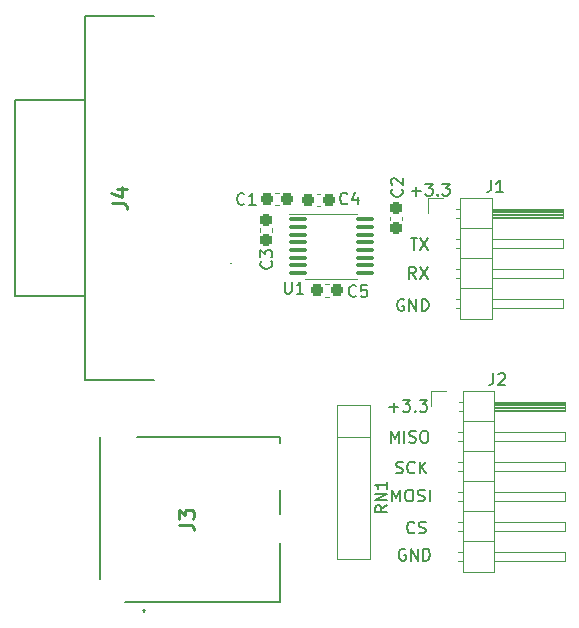
<source format=gto>
%TF.GenerationSoftware,KiCad,Pcbnew,(6.0.9)*%
%TF.CreationDate,2022-11-23T00:56:20+01:00*%
%TF.ProjectId,Testapparaat_io,54657374-6170-4706-9172-6161745f696f,rev?*%
%TF.SameCoordinates,Original*%
%TF.FileFunction,Legend,Top*%
%TF.FilePolarity,Positive*%
%FSLAX46Y46*%
G04 Gerber Fmt 4.6, Leading zero omitted, Abs format (unit mm)*
G04 Created by KiCad (PCBNEW (6.0.9)) date 2022-11-23 00:56:20*
%MOMM*%
%LPD*%
G01*
G04 APERTURE LIST*
G04 Aperture macros list*
%AMRoundRect*
0 Rectangle with rounded corners*
0 $1 Rounding radius*
0 $2 $3 $4 $5 $6 $7 $8 $9 X,Y pos of 4 corners*
0 Add a 4 corners polygon primitive as box body*
4,1,4,$2,$3,$4,$5,$6,$7,$8,$9,$2,$3,0*
0 Add four circle primitives for the rounded corners*
1,1,$1+$1,$2,$3*
1,1,$1+$1,$4,$5*
1,1,$1+$1,$6,$7*
1,1,$1+$1,$8,$9*
0 Add four rect primitives between the rounded corners*
20,1,$1+$1,$2,$3,$4,$5,0*
20,1,$1+$1,$4,$5,$6,$7,0*
20,1,$1+$1,$6,$7,$8,$9,0*
20,1,$1+$1,$8,$9,$2,$3,0*%
G04 Aperture macros list end*
%ADD10C,0.150000*%
%ADD11C,0.254000*%
%ADD12C,0.120000*%
%ADD13C,0.200000*%
%ADD14C,0.100000*%
%ADD15C,3.200000*%
%ADD16R,1.600000X1.600000*%
%ADD17O,1.600000X1.600000*%
%ADD18R,1.500000X1.500000*%
%ADD19C,1.500000*%
%ADD20C,4.800000*%
%ADD21R,1.700000X1.700000*%
%ADD22O,1.700000X1.700000*%
%ADD23RoundRect,0.237500X-0.237500X0.300000X-0.237500X-0.300000X0.237500X-0.300000X0.237500X0.300000X0*%
%ADD24RoundRect,0.237500X0.300000X0.237500X-0.300000X0.237500X-0.300000X-0.237500X0.300000X-0.237500X0*%
%ADD25RoundRect,0.237500X-0.300000X-0.237500X0.300000X-0.237500X0.300000X0.237500X-0.300000X0.237500X0*%
%ADD26RoundRect,0.100000X-0.637500X-0.100000X0.637500X-0.100000X0.637500X0.100000X-0.637500X0.100000X0*%
%ADD27R,1.400000X1.300000*%
%ADD28R,0.950000X1.000000*%
%ADD29R,1.900000X1.400000*%
%ADD30R,1.500000X0.800000*%
G04 APERTURE END LIST*
D10*
X147963095Y-83750000D02*
X147867857Y-83702380D01*
X147725000Y-83702380D01*
X147582142Y-83750000D01*
X147486904Y-83845238D01*
X147439285Y-83940476D01*
X147391666Y-84130952D01*
X147391666Y-84273809D01*
X147439285Y-84464285D01*
X147486904Y-84559523D01*
X147582142Y-84654761D01*
X147725000Y-84702380D01*
X147820238Y-84702380D01*
X147963095Y-84654761D01*
X148010714Y-84607142D01*
X148010714Y-84273809D01*
X147820238Y-84273809D01*
X148439285Y-84702380D02*
X148439285Y-83702380D01*
X149010714Y-84702380D01*
X149010714Y-83702380D01*
X149486904Y-84702380D02*
X149486904Y-83702380D01*
X149725000Y-83702380D01*
X149867857Y-83750000D01*
X149963095Y-83845238D01*
X150010714Y-83940476D01*
X150058333Y-84130952D01*
X150058333Y-84273809D01*
X150010714Y-84464285D01*
X149963095Y-84559523D01*
X149867857Y-84654761D01*
X149725000Y-84702380D01*
X149486904Y-84702380D01*
X148733333Y-82307142D02*
X148685714Y-82354761D01*
X148542857Y-82402380D01*
X148447619Y-82402380D01*
X148304761Y-82354761D01*
X148209523Y-82259523D01*
X148161904Y-82164285D01*
X148114285Y-81973809D01*
X148114285Y-81830952D01*
X148161904Y-81640476D01*
X148209523Y-81545238D01*
X148304761Y-81450000D01*
X148447619Y-81402380D01*
X148542857Y-81402380D01*
X148685714Y-81450000D01*
X148733333Y-81497619D01*
X149114285Y-82354761D02*
X149257142Y-82402380D01*
X149495238Y-82402380D01*
X149590476Y-82354761D01*
X149638095Y-82307142D01*
X149685714Y-82211904D01*
X149685714Y-82116666D01*
X149638095Y-82021428D01*
X149590476Y-81973809D01*
X149495238Y-81926190D01*
X149304761Y-81878571D01*
X149209523Y-81830952D01*
X149161904Y-81783333D01*
X149114285Y-81688095D01*
X149114285Y-81592857D01*
X149161904Y-81497619D01*
X149209523Y-81450000D01*
X149304761Y-81402380D01*
X149542857Y-81402380D01*
X149685714Y-81450000D01*
X146878571Y-79702380D02*
X146878571Y-78702380D01*
X147211904Y-79416666D01*
X147545238Y-78702380D01*
X147545238Y-79702380D01*
X148211904Y-78702380D02*
X148402380Y-78702380D01*
X148497619Y-78750000D01*
X148592857Y-78845238D01*
X148640476Y-79035714D01*
X148640476Y-79369047D01*
X148592857Y-79559523D01*
X148497619Y-79654761D01*
X148402380Y-79702380D01*
X148211904Y-79702380D01*
X148116666Y-79654761D01*
X148021428Y-79559523D01*
X147973809Y-79369047D01*
X147973809Y-79035714D01*
X148021428Y-78845238D01*
X148116666Y-78750000D01*
X148211904Y-78702380D01*
X149021428Y-79654761D02*
X149164285Y-79702380D01*
X149402380Y-79702380D01*
X149497619Y-79654761D01*
X149545238Y-79607142D01*
X149592857Y-79511904D01*
X149592857Y-79416666D01*
X149545238Y-79321428D01*
X149497619Y-79273809D01*
X149402380Y-79226190D01*
X149211904Y-79178571D01*
X149116666Y-79130952D01*
X149069047Y-79083333D01*
X149021428Y-78988095D01*
X149021428Y-78892857D01*
X149069047Y-78797619D01*
X149116666Y-78750000D01*
X149211904Y-78702380D01*
X149450000Y-78702380D01*
X149592857Y-78750000D01*
X150021428Y-79702380D02*
X150021428Y-78702380D01*
X147189285Y-77279761D02*
X147332142Y-77327380D01*
X147570238Y-77327380D01*
X147665476Y-77279761D01*
X147713095Y-77232142D01*
X147760714Y-77136904D01*
X147760714Y-77041666D01*
X147713095Y-76946428D01*
X147665476Y-76898809D01*
X147570238Y-76851190D01*
X147379761Y-76803571D01*
X147284523Y-76755952D01*
X147236904Y-76708333D01*
X147189285Y-76613095D01*
X147189285Y-76517857D01*
X147236904Y-76422619D01*
X147284523Y-76375000D01*
X147379761Y-76327380D01*
X147617857Y-76327380D01*
X147760714Y-76375000D01*
X148760714Y-77232142D02*
X148713095Y-77279761D01*
X148570238Y-77327380D01*
X148475000Y-77327380D01*
X148332142Y-77279761D01*
X148236904Y-77184523D01*
X148189285Y-77089285D01*
X148141666Y-76898809D01*
X148141666Y-76755952D01*
X148189285Y-76565476D01*
X148236904Y-76470238D01*
X148332142Y-76375000D01*
X148475000Y-76327380D01*
X148570238Y-76327380D01*
X148713095Y-76375000D01*
X148760714Y-76422619D01*
X149189285Y-77327380D02*
X149189285Y-76327380D01*
X149760714Y-77327380D02*
X149332142Y-76755952D01*
X149760714Y-76327380D02*
X149189285Y-76898809D01*
X146728571Y-74727380D02*
X146728571Y-73727380D01*
X147061904Y-74441666D01*
X147395238Y-73727380D01*
X147395238Y-74727380D01*
X147871428Y-74727380D02*
X147871428Y-73727380D01*
X148300000Y-74679761D02*
X148442857Y-74727380D01*
X148680952Y-74727380D01*
X148776190Y-74679761D01*
X148823809Y-74632142D01*
X148871428Y-74536904D01*
X148871428Y-74441666D01*
X148823809Y-74346428D01*
X148776190Y-74298809D01*
X148680952Y-74251190D01*
X148490476Y-74203571D01*
X148395238Y-74155952D01*
X148347619Y-74108333D01*
X148300000Y-74013095D01*
X148300000Y-73917857D01*
X148347619Y-73822619D01*
X148395238Y-73775000D01*
X148490476Y-73727380D01*
X148728571Y-73727380D01*
X148871428Y-73775000D01*
X149490476Y-73727380D02*
X149680952Y-73727380D01*
X149776190Y-73775000D01*
X149871428Y-73870238D01*
X149919047Y-74060714D01*
X149919047Y-74394047D01*
X149871428Y-74584523D01*
X149776190Y-74679761D01*
X149680952Y-74727380D01*
X149490476Y-74727380D01*
X149395238Y-74679761D01*
X149300000Y-74584523D01*
X149252380Y-74394047D01*
X149252380Y-74060714D01*
X149300000Y-73870238D01*
X149395238Y-73775000D01*
X149490476Y-73727380D01*
X146603571Y-71721428D02*
X147365476Y-71721428D01*
X146984523Y-72102380D02*
X146984523Y-71340476D01*
X147746428Y-71102380D02*
X148365476Y-71102380D01*
X148032142Y-71483333D01*
X148175000Y-71483333D01*
X148270238Y-71530952D01*
X148317857Y-71578571D01*
X148365476Y-71673809D01*
X148365476Y-71911904D01*
X148317857Y-72007142D01*
X148270238Y-72054761D01*
X148175000Y-72102380D01*
X147889285Y-72102380D01*
X147794047Y-72054761D01*
X147746428Y-72007142D01*
X148794047Y-72007142D02*
X148841666Y-72054761D01*
X148794047Y-72102380D01*
X148746428Y-72054761D01*
X148794047Y-72007142D01*
X148794047Y-72102380D01*
X149175000Y-71102380D02*
X149794047Y-71102380D01*
X149460714Y-71483333D01*
X149603571Y-71483333D01*
X149698809Y-71530952D01*
X149746428Y-71578571D01*
X149794047Y-71673809D01*
X149794047Y-71911904D01*
X149746428Y-72007142D01*
X149698809Y-72054761D01*
X149603571Y-72102380D01*
X149317857Y-72102380D01*
X149222619Y-72054761D01*
X149175000Y-72007142D01*
X147838095Y-62625000D02*
X147742857Y-62577380D01*
X147600000Y-62577380D01*
X147457142Y-62625000D01*
X147361904Y-62720238D01*
X147314285Y-62815476D01*
X147266666Y-63005952D01*
X147266666Y-63148809D01*
X147314285Y-63339285D01*
X147361904Y-63434523D01*
X147457142Y-63529761D01*
X147600000Y-63577380D01*
X147695238Y-63577380D01*
X147838095Y-63529761D01*
X147885714Y-63482142D01*
X147885714Y-63148809D01*
X147695238Y-63148809D01*
X148314285Y-63577380D02*
X148314285Y-62577380D01*
X148885714Y-63577380D01*
X148885714Y-62577380D01*
X149361904Y-63577380D02*
X149361904Y-62577380D01*
X149600000Y-62577380D01*
X149742857Y-62625000D01*
X149838095Y-62720238D01*
X149885714Y-62815476D01*
X149933333Y-63005952D01*
X149933333Y-63148809D01*
X149885714Y-63339285D01*
X149838095Y-63434523D01*
X149742857Y-63529761D01*
X149600000Y-63577380D01*
X149361904Y-63577380D01*
X148858333Y-60827380D02*
X148525000Y-60351190D01*
X148286904Y-60827380D02*
X148286904Y-59827380D01*
X148667857Y-59827380D01*
X148763095Y-59875000D01*
X148810714Y-59922619D01*
X148858333Y-60017857D01*
X148858333Y-60160714D01*
X148810714Y-60255952D01*
X148763095Y-60303571D01*
X148667857Y-60351190D01*
X148286904Y-60351190D01*
X149191666Y-59827380D02*
X149858333Y-60827380D01*
X149858333Y-59827380D02*
X149191666Y-60827380D01*
X148413095Y-57402380D02*
X148984523Y-57402380D01*
X148698809Y-58402380D02*
X148698809Y-57402380D01*
X149222619Y-57402380D02*
X149889285Y-58402380D01*
X149889285Y-57402380D02*
X149222619Y-58402380D01*
X148528571Y-53421428D02*
X149290476Y-53421428D01*
X148909523Y-53802380D02*
X148909523Y-53040476D01*
X149671428Y-52802380D02*
X150290476Y-52802380D01*
X149957142Y-53183333D01*
X150100000Y-53183333D01*
X150195238Y-53230952D01*
X150242857Y-53278571D01*
X150290476Y-53373809D01*
X150290476Y-53611904D01*
X150242857Y-53707142D01*
X150195238Y-53754761D01*
X150100000Y-53802380D01*
X149814285Y-53802380D01*
X149719047Y-53754761D01*
X149671428Y-53707142D01*
X150719047Y-53707142D02*
X150766666Y-53754761D01*
X150719047Y-53802380D01*
X150671428Y-53754761D01*
X150719047Y-53707142D01*
X150719047Y-53802380D01*
X151100000Y-52802380D02*
X151719047Y-52802380D01*
X151385714Y-53183333D01*
X151528571Y-53183333D01*
X151623809Y-53230952D01*
X151671428Y-53278571D01*
X151719047Y-53373809D01*
X151719047Y-53611904D01*
X151671428Y-53707142D01*
X151623809Y-53754761D01*
X151528571Y-53802380D01*
X151242857Y-53802380D01*
X151147619Y-53754761D01*
X151100000Y-53707142D01*
X146402380Y-80040476D02*
X145926190Y-80373809D01*
X146402380Y-80611904D02*
X145402380Y-80611904D01*
X145402380Y-80230952D01*
X145450000Y-80135714D01*
X145497619Y-80088095D01*
X145592857Y-80040476D01*
X145735714Y-80040476D01*
X145830952Y-80088095D01*
X145878571Y-80135714D01*
X145926190Y-80230952D01*
X145926190Y-80611904D01*
X146402380Y-79611904D02*
X145402380Y-79611904D01*
X146402380Y-79040476D01*
X145402380Y-79040476D01*
X146402380Y-78040476D02*
X146402380Y-78611904D01*
X146402380Y-78326190D02*
X145402380Y-78326190D01*
X145545238Y-78421428D01*
X145640476Y-78516666D01*
X145688095Y-78611904D01*
D11*
X123129523Y-54428333D02*
X124036666Y-54428333D01*
X124218095Y-54488809D01*
X124339047Y-54609761D01*
X124399523Y-54791190D01*
X124399523Y-54912142D01*
X123552857Y-53279285D02*
X124399523Y-53279285D01*
X123069047Y-53581666D02*
X123976190Y-53884047D01*
X123976190Y-53097857D01*
D10*
X155426666Y-68832380D02*
X155426666Y-69546666D01*
X155379047Y-69689523D01*
X155283809Y-69784761D01*
X155140952Y-69832380D01*
X155045714Y-69832380D01*
X155855238Y-68927619D02*
X155902857Y-68880000D01*
X155998095Y-68832380D01*
X156236190Y-68832380D01*
X156331428Y-68880000D01*
X156379047Y-68927619D01*
X156426666Y-69022857D01*
X156426666Y-69118095D01*
X156379047Y-69260952D01*
X155807619Y-69832380D01*
X156426666Y-69832380D01*
X147657142Y-53266666D02*
X147704761Y-53314285D01*
X147752380Y-53457142D01*
X147752380Y-53552380D01*
X147704761Y-53695238D01*
X147609523Y-53790476D01*
X147514285Y-53838095D01*
X147323809Y-53885714D01*
X147180952Y-53885714D01*
X146990476Y-53838095D01*
X146895238Y-53790476D01*
X146800000Y-53695238D01*
X146752380Y-53552380D01*
X146752380Y-53457142D01*
X146800000Y-53314285D01*
X146847619Y-53266666D01*
X146847619Y-52885714D02*
X146800000Y-52838095D01*
X146752380Y-52742857D01*
X146752380Y-52504761D01*
X146800000Y-52409523D01*
X146847619Y-52361904D01*
X146942857Y-52314285D01*
X147038095Y-52314285D01*
X147180952Y-52361904D01*
X147752380Y-52933333D01*
X147752380Y-52314285D01*
X134350333Y-54490142D02*
X134302714Y-54537761D01*
X134159857Y-54585380D01*
X134064619Y-54585380D01*
X133921761Y-54537761D01*
X133826523Y-54442523D01*
X133778904Y-54347285D01*
X133731285Y-54156809D01*
X133731285Y-54013952D01*
X133778904Y-53823476D01*
X133826523Y-53728238D01*
X133921761Y-53633000D01*
X134064619Y-53585380D01*
X134159857Y-53585380D01*
X134302714Y-53633000D01*
X134350333Y-53680619D01*
X135302714Y-54585380D02*
X134731285Y-54585380D01*
X135017000Y-54585380D02*
X135017000Y-53585380D01*
X134921761Y-53728238D01*
X134826523Y-53823476D01*
X134731285Y-53871095D01*
X143808333Y-62282142D02*
X143760714Y-62329761D01*
X143617857Y-62377380D01*
X143522619Y-62377380D01*
X143379761Y-62329761D01*
X143284523Y-62234523D01*
X143236904Y-62139285D01*
X143189285Y-61948809D01*
X143189285Y-61805952D01*
X143236904Y-61615476D01*
X143284523Y-61520238D01*
X143379761Y-61425000D01*
X143522619Y-61377380D01*
X143617857Y-61377380D01*
X143760714Y-61425000D01*
X143808333Y-61472619D01*
X144713095Y-61377380D02*
X144236904Y-61377380D01*
X144189285Y-61853571D01*
X144236904Y-61805952D01*
X144332142Y-61758333D01*
X144570238Y-61758333D01*
X144665476Y-61805952D01*
X144713095Y-61853571D01*
X144760714Y-61948809D01*
X144760714Y-62186904D01*
X144713095Y-62282142D01*
X144665476Y-62329761D01*
X144570238Y-62377380D01*
X144332142Y-62377380D01*
X144236904Y-62329761D01*
X144189285Y-62282142D01*
X136607142Y-59366666D02*
X136654761Y-59414285D01*
X136702380Y-59557142D01*
X136702380Y-59652380D01*
X136654761Y-59795238D01*
X136559523Y-59890476D01*
X136464285Y-59938095D01*
X136273809Y-59985714D01*
X136130952Y-59985714D01*
X135940476Y-59938095D01*
X135845238Y-59890476D01*
X135750000Y-59795238D01*
X135702380Y-59652380D01*
X135702380Y-59557142D01*
X135750000Y-59414285D01*
X135797619Y-59366666D01*
X135702380Y-59033333D02*
X135702380Y-58414285D01*
X136083333Y-58747619D01*
X136083333Y-58604761D01*
X136130952Y-58509523D01*
X136178571Y-58461904D01*
X136273809Y-58414285D01*
X136511904Y-58414285D01*
X136607142Y-58461904D01*
X136654761Y-58509523D01*
X136702380Y-58604761D01*
X136702380Y-58890476D01*
X136654761Y-58985714D01*
X136607142Y-59033333D01*
X137763095Y-61102380D02*
X137763095Y-61911904D01*
X137810714Y-62007142D01*
X137858333Y-62054761D01*
X137953571Y-62102380D01*
X138144047Y-62102380D01*
X138239285Y-62054761D01*
X138286904Y-62007142D01*
X138334523Y-61911904D01*
X138334523Y-61102380D01*
X139334523Y-62102380D02*
X138763095Y-62102380D01*
X139048809Y-62102380D02*
X139048809Y-61102380D01*
X138953571Y-61245238D01*
X138858333Y-61340476D01*
X138763095Y-61388095D01*
D11*
X128804523Y-81673333D02*
X129711666Y-81673333D01*
X129893095Y-81733809D01*
X130014047Y-81854761D01*
X130074523Y-82036190D01*
X130074523Y-82157142D01*
X128804523Y-81189523D02*
X128804523Y-80403333D01*
X129288333Y-80826666D01*
X129288333Y-80645238D01*
X129348809Y-80524285D01*
X129409285Y-80463809D01*
X129530238Y-80403333D01*
X129832619Y-80403333D01*
X129953571Y-80463809D01*
X130014047Y-80524285D01*
X130074523Y-80645238D01*
X130074523Y-81008095D01*
X130014047Y-81129047D01*
X129953571Y-81189523D01*
D10*
X143065333Y-54455142D02*
X143017714Y-54502761D01*
X142874857Y-54550380D01*
X142779619Y-54550380D01*
X142636761Y-54502761D01*
X142541523Y-54407523D01*
X142493904Y-54312285D01*
X142446285Y-54121809D01*
X142446285Y-53978952D01*
X142493904Y-53788476D01*
X142541523Y-53693238D01*
X142636761Y-53598000D01*
X142779619Y-53550380D01*
X142874857Y-53550380D01*
X143017714Y-53598000D01*
X143065333Y-53645619D01*
X143922476Y-53883714D02*
X143922476Y-54550380D01*
X143684380Y-53502761D02*
X143446285Y-54217047D01*
X144065333Y-54217047D01*
X155234666Y-52499380D02*
X155234666Y-53213666D01*
X155187047Y-53356523D01*
X155091809Y-53451761D01*
X154948952Y-53499380D01*
X154853714Y-53499380D01*
X156234666Y-53499380D02*
X155663238Y-53499380D01*
X155948952Y-53499380D02*
X155948952Y-52499380D01*
X155853714Y-52642238D01*
X155758476Y-52737476D01*
X155663238Y-52785095D01*
D12*
X144950000Y-71560000D02*
X142150000Y-71560000D01*
X144950000Y-74270000D02*
X142150000Y-74270000D01*
X144950000Y-84600000D02*
X144950000Y-71560000D01*
X142150000Y-84600000D02*
X144950000Y-84600000D01*
X142150000Y-71560000D02*
X142150000Y-84600000D01*
D13*
X120830000Y-62322000D02*
X114920000Y-62322000D01*
X120830000Y-69425000D02*
X126720000Y-69425000D01*
D14*
X133250000Y-59550000D02*
X133250000Y-59550000D01*
D13*
X120830000Y-38585000D02*
X120830000Y-69425000D01*
D14*
X133150000Y-59550000D02*
X133150000Y-59550000D01*
D13*
X114920000Y-62322000D02*
X114920000Y-45688000D01*
X126720000Y-38585000D02*
X120830000Y-38585000D01*
X114920000Y-45688000D02*
X120820000Y-45688000D01*
D14*
X133250000Y-59550000D02*
G75*
G03*
X133150000Y-59550000I-50000J0D01*
G01*
X133150000Y-59550000D02*
G75*
G03*
X133250000Y-59550000I50000J0D01*
G01*
D12*
X155475000Y-83970000D02*
X161475000Y-83970000D01*
X161475000Y-78890000D02*
X161475000Y-79650000D01*
X161475000Y-79650000D02*
X155475000Y-79650000D01*
X152815000Y-85680000D02*
X155475000Y-85680000D01*
X152417929Y-77110000D02*
X152815000Y-77110000D01*
X155475000Y-71690000D02*
X161475000Y-71690000D01*
X155475000Y-76350000D02*
X161475000Y-76350000D01*
X152417929Y-79650000D02*
X152815000Y-79650000D01*
X155475000Y-71270000D02*
X161475000Y-71270000D01*
X155475000Y-70320000D02*
X152815000Y-70320000D01*
X152815000Y-75460000D02*
X155475000Y-75460000D01*
X152815000Y-72920000D02*
X155475000Y-72920000D01*
X152417929Y-81430000D02*
X152815000Y-81430000D01*
X161475000Y-82190000D02*
X155475000Y-82190000D01*
X155475000Y-85680000D02*
X155475000Y-70320000D01*
X150105000Y-71650000D02*
X150105000Y-70380000D01*
X150105000Y-70380000D02*
X151375000Y-70380000D01*
X161475000Y-71270000D02*
X161475000Y-72030000D01*
X155475000Y-71930000D02*
X161475000Y-71930000D01*
X152815000Y-70320000D02*
X152815000Y-85680000D01*
X152417929Y-73810000D02*
X152815000Y-73810000D01*
X161475000Y-72030000D02*
X155475000Y-72030000D01*
X161475000Y-76350000D02*
X161475000Y-77110000D01*
X161475000Y-81430000D02*
X161475000Y-82190000D01*
X152485000Y-71270000D02*
X152815000Y-71270000D01*
X155475000Y-71450000D02*
X161475000Y-71450000D01*
X161475000Y-77110000D02*
X155475000Y-77110000D01*
X155475000Y-71330000D02*
X161475000Y-71330000D01*
X152815000Y-80540000D02*
X155475000Y-80540000D01*
X152417929Y-74570000D02*
X152815000Y-74570000D01*
X152815000Y-78000000D02*
X155475000Y-78000000D01*
X155475000Y-78890000D02*
X161475000Y-78890000D01*
X161475000Y-84730000D02*
X155475000Y-84730000D01*
X152485000Y-72030000D02*
X152815000Y-72030000D01*
X152815000Y-83080000D02*
X155475000Y-83080000D01*
X161475000Y-73810000D02*
X161475000Y-74570000D01*
X152417929Y-83970000D02*
X152815000Y-83970000D01*
X155475000Y-81430000D02*
X161475000Y-81430000D01*
X152417929Y-78890000D02*
X152815000Y-78890000D01*
X152417929Y-82190000D02*
X152815000Y-82190000D01*
X155475000Y-71810000D02*
X161475000Y-71810000D01*
X161475000Y-83970000D02*
X161475000Y-84730000D01*
X152417929Y-84730000D02*
X152815000Y-84730000D01*
X155475000Y-73810000D02*
X161475000Y-73810000D01*
X152417929Y-76350000D02*
X152815000Y-76350000D01*
X161475000Y-74570000D02*
X155475000Y-74570000D01*
X155475000Y-71570000D02*
X161475000Y-71570000D01*
X147718000Y-55583233D02*
X147718000Y-55875767D01*
X146698000Y-55583233D02*
X146698000Y-55875767D01*
X137258767Y-54635000D02*
X136966233Y-54635000D01*
X137258767Y-53615000D02*
X136966233Y-53615000D01*
X141174233Y-61332000D02*
X141466767Y-61332000D01*
X141174233Y-62352000D02*
X141466767Y-62352000D01*
X135698000Y-56558233D02*
X135698000Y-56850767D01*
X136718000Y-56558233D02*
X136718000Y-56850767D01*
X141708000Y-55357000D02*
X138108000Y-55357000D01*
X141708000Y-55357000D02*
X143908000Y-55357000D01*
X141708000Y-60827000D02*
X143908000Y-60827000D01*
X141708000Y-60827000D02*
X139508000Y-60827000D01*
D13*
X125839000Y-88850000D02*
X125839000Y-88850000D01*
X137337000Y-78750000D02*
X137337000Y-80750000D01*
X125839000Y-89050000D02*
X125839000Y-89050000D01*
X137337000Y-74250000D02*
X125237000Y-74250000D01*
X137337000Y-74750000D02*
X137337000Y-74250000D01*
X124237000Y-88250000D02*
X137337000Y-88250000D01*
X122138000Y-74250000D02*
X122138000Y-86250000D01*
X137337000Y-88250000D02*
X137337000Y-83250000D01*
X125839000Y-89050000D02*
G75*
G03*
X125840000Y-88850000I500J100000D01*
G01*
X125839000Y-88850000D02*
G75*
G03*
X125840000Y-89050000I500J-100000D01*
G01*
D12*
X140748767Y-53630000D02*
X140456233Y-53630000D01*
X140748767Y-54650000D02*
X140456233Y-54650000D01*
X155283000Y-55477000D02*
X161283000Y-55477000D01*
X155283000Y-54937000D02*
X161283000Y-54937000D01*
X152623000Y-64267000D02*
X155283000Y-64267000D01*
X161283000Y-60777000D02*
X155283000Y-60777000D01*
X161283000Y-57477000D02*
X161283000Y-58237000D01*
X155283000Y-55597000D02*
X161283000Y-55597000D01*
X152623000Y-59127000D02*
X155283000Y-59127000D01*
X152225929Y-57477000D02*
X152623000Y-57477000D01*
X155283000Y-55357000D02*
X161283000Y-55357000D01*
X152225929Y-60777000D02*
X152623000Y-60777000D01*
X149913000Y-55317000D02*
X149913000Y-54047000D01*
X152225929Y-62557000D02*
X152623000Y-62557000D01*
X152623000Y-56587000D02*
X155283000Y-56587000D01*
X155283000Y-55237000D02*
X161283000Y-55237000D01*
X152225929Y-58237000D02*
X152623000Y-58237000D01*
X161283000Y-54937000D02*
X161283000Y-55697000D01*
X152293000Y-55697000D02*
X152623000Y-55697000D01*
X152293000Y-54937000D02*
X152623000Y-54937000D01*
X155283000Y-64267000D02*
X155283000Y-53987000D01*
X152623000Y-61667000D02*
X155283000Y-61667000D01*
X155283000Y-55117000D02*
X161283000Y-55117000D01*
X155283000Y-53987000D02*
X152623000Y-53987000D01*
X155283000Y-62557000D02*
X161283000Y-62557000D01*
X161283000Y-63317000D02*
X155283000Y-63317000D01*
X161283000Y-58237000D02*
X155283000Y-58237000D01*
X155283000Y-54997000D02*
X161283000Y-54997000D01*
X152623000Y-53987000D02*
X152623000Y-64267000D01*
X152225929Y-63317000D02*
X152623000Y-63317000D01*
X149913000Y-54047000D02*
X151183000Y-54047000D01*
X155283000Y-57477000D02*
X161283000Y-57477000D01*
X152225929Y-60017000D02*
X152623000Y-60017000D01*
X161283000Y-55697000D02*
X155283000Y-55697000D01*
X155283000Y-60017000D02*
X161283000Y-60017000D01*
X161283000Y-62557000D02*
X161283000Y-63317000D01*
X161283000Y-60017000D02*
X161283000Y-60777000D01*
%LPC*%
D15*
X124275000Y-93575000D03*
D16*
X143550000Y-73000000D03*
D17*
X143550000Y-75540000D03*
X143550000Y-78080000D03*
X143550000Y-80620000D03*
X143550000Y-83160000D03*
D18*
X131750000Y-59550000D03*
D19*
X131750000Y-56778000D03*
X131750000Y-54005000D03*
X131750000Y-51233000D03*
X131750000Y-48460000D03*
X128910000Y-58164000D03*
X128910000Y-55391000D03*
X128910000Y-52619000D03*
X128910000Y-49846000D03*
D20*
X130330000Y-66500000D03*
X130330000Y-41510000D03*
D21*
X151375000Y-71650000D03*
D22*
X151375000Y-74190000D03*
X151375000Y-76730000D03*
X151375000Y-79270000D03*
X151375000Y-81810000D03*
X151375000Y-84350000D03*
D15*
X152250000Y-93500000D03*
X151875000Y-34200000D03*
D23*
X147208000Y-54867000D03*
X147208000Y-56592000D03*
D24*
X137975000Y-54125000D03*
X136250000Y-54125000D03*
D25*
X140458000Y-61842000D03*
X142183000Y-61842000D03*
D23*
X136208000Y-55842000D03*
X136208000Y-57567000D03*
D26*
X138845500Y-55817000D03*
X138845500Y-56467000D03*
X138845500Y-57117000D03*
X138845500Y-57767000D03*
X138845500Y-58417000D03*
X138845500Y-59067000D03*
X138845500Y-59717000D03*
X138845500Y-60367000D03*
X144570500Y-60367000D03*
X144570500Y-59717000D03*
X144570500Y-59067000D03*
X144570500Y-58417000D03*
X144570500Y-57767000D03*
X144570500Y-57117000D03*
X144570500Y-56467000D03*
X144570500Y-55817000D03*
D15*
X125000000Y-34080000D03*
D27*
X136699000Y-76275000D03*
D28*
X136925000Y-77665000D03*
D27*
X136699000Y-81975000D03*
D29*
X123550000Y-74675000D03*
X122550000Y-87825000D03*
D30*
X125839000Y-83165000D03*
X126239000Y-82065000D03*
X125839000Y-80965000D03*
X125639000Y-79865000D03*
X125839000Y-78765000D03*
X125639000Y-77665000D03*
X125839000Y-76565000D03*
X125839000Y-75465000D03*
D24*
X141465000Y-54140000D03*
X139740000Y-54140000D03*
D21*
X151183000Y-55317000D03*
D22*
X151183000Y-57857000D03*
X151183000Y-60397000D03*
X151183000Y-62937000D03*
M02*

</source>
